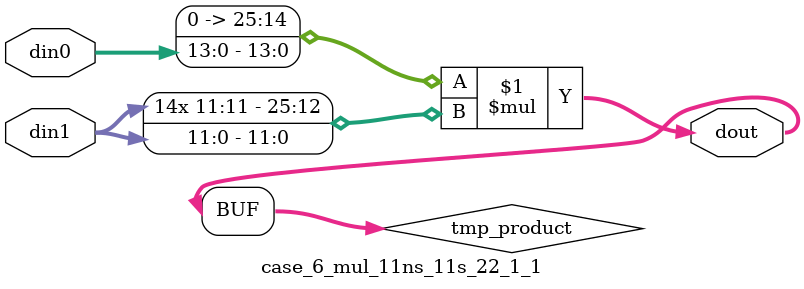
<source format=v>

`timescale 1 ns / 1 ps

 (* use_dsp = "no" *)  module case_6_mul_11ns_11s_22_1_1(din0, din1, dout);
parameter ID = 1;
parameter NUM_STAGE = 0;
parameter din0_WIDTH = 14;
parameter din1_WIDTH = 12;
parameter dout_WIDTH = 26;

input [din0_WIDTH - 1 : 0] din0; 
input [din1_WIDTH - 1 : 0] din1; 
output [dout_WIDTH - 1 : 0] dout;

wire signed [dout_WIDTH - 1 : 0] tmp_product;

























assign tmp_product = $signed({1'b0, din0}) * $signed(din1);










assign dout = tmp_product;





















endmodule

</source>
